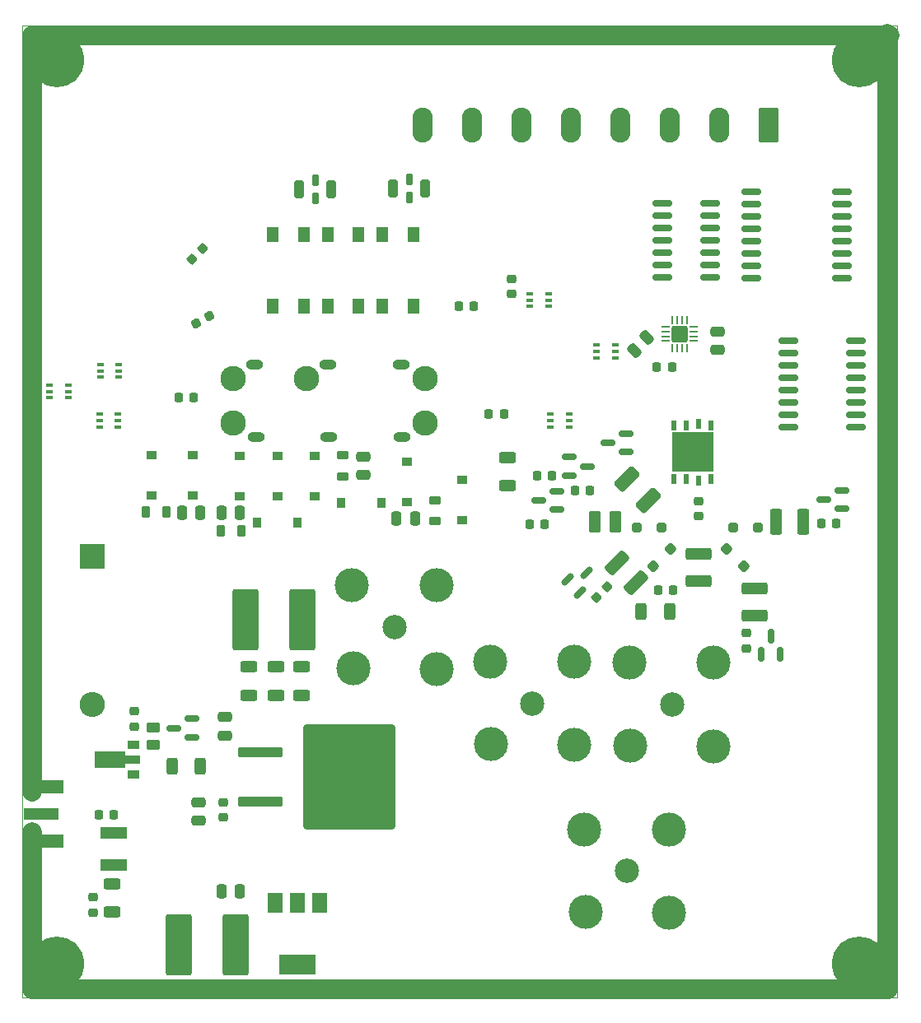
<source format=gbr>
%TF.GenerationSoftware,KiCad,Pcbnew,(7.0.0-0)*%
%TF.CreationDate,2023-05-05T21:57:13+02:00*%
%TF.ProjectId,Filter-forest-v3,46696c74-6572-42d6-966f-726573742d76,rev?*%
%TF.SameCoordinates,Original*%
%TF.FileFunction,Soldermask,Top*%
%TF.FilePolarity,Negative*%
%FSLAX46Y46*%
G04 Gerber Fmt 4.6, Leading zero omitted, Abs format (unit mm)*
G04 Created by KiCad (PCBNEW (7.0.0-0)) date 2023-05-05 21:57:13*
%MOMM*%
%LPD*%
G01*
G04 APERTURE LIST*
G04 Aperture macros list*
%AMRoundRect*
0 Rectangle with rounded corners*
0 $1 Rounding radius*
0 $2 $3 $4 $5 $6 $7 $8 $9 X,Y pos of 4 corners*
0 Add a 4 corners polygon primitive as box body*
4,1,4,$2,$3,$4,$5,$6,$7,$8,$9,$2,$3,0*
0 Add four circle primitives for the rounded corners*
1,1,$1+$1,$2,$3*
1,1,$1+$1,$4,$5*
1,1,$1+$1,$6,$7*
1,1,$1+$1,$8,$9*
0 Add four rect primitives between the rounded corners*
20,1,$1+$1,$2,$3,$4,$5,0*
20,1,$1+$1,$4,$5,$6,$7,0*
20,1,$1+$1,$6,$7,$8,$9,0*
20,1,$1+$1,$8,$9,$2,$3,0*%
%AMFreePoly0*
4,1,9,3.862500,-0.866500,0.737500,-0.866500,0.737500,-0.450000,-0.737500,-0.450000,-0.737500,0.450000,0.737500,0.450000,0.737500,0.866500,3.862500,0.866500,3.862500,-0.866500,3.862500,-0.866500,$1*%
G04 Aperture macros list end*
%ADD10C,2.000000*%
%ADD11RoundRect,0.250000X-0.375000X-0.850000X0.375000X-0.850000X0.375000X0.850000X-0.375000X0.850000X0*%
%ADD12RoundRect,0.250000X-0.600000X-0.600000X0.600000X-0.600000X0.600000X0.600000X-0.600000X0.600000X0*%
%ADD13RoundRect,0.062500X-0.062500X-0.337500X0.062500X-0.337500X0.062500X0.337500X-0.062500X0.337500X0*%
%ADD14RoundRect,0.062500X-0.337500X-0.062500X0.337500X-0.062500X0.337500X0.062500X-0.337500X0.062500X0*%
%ADD15RoundRect,0.250000X-0.475000X0.250000X-0.475000X-0.250000X0.475000X-0.250000X0.475000X0.250000X0*%
%ADD16RoundRect,0.250000X0.159099X-0.512652X0.512652X-0.159099X-0.159099X0.512652X-0.512652X0.159099X0*%
%ADD17RoundRect,0.225000X-0.225000X-0.250000X0.225000X-0.250000X0.225000X0.250000X-0.225000X0.250000X0*%
%ADD18R,2.700000X1.150000*%
%ADD19RoundRect,0.250000X-1.025305X-0.494975X-0.494975X-1.025305X1.025305X0.494975X0.494975X1.025305X0*%
%ADD20RoundRect,0.250000X-1.075000X0.375000X-1.075000X-0.375000X1.075000X-0.375000X1.075000X0.375000X0*%
%ADD21RoundRect,0.250000X0.375000X1.075000X-0.375000X1.075000X-0.375000X-1.075000X0.375000X-1.075000X0*%
%ADD22RoundRect,0.250000X1.075000X-0.375000X1.075000X0.375000X-1.075000X0.375000X-1.075000X-0.375000X0*%
%ADD23RoundRect,0.250000X0.250000X0.475000X-0.250000X0.475000X-0.250000X-0.475000X0.250000X-0.475000X0*%
%ADD24RoundRect,0.250000X-0.250000X-0.475000X0.250000X-0.475000X0.250000X0.475000X-0.250000X0.475000X0*%
%ADD25R,0.650000X0.400000*%
%ADD26RoundRect,0.250000X0.625000X-0.312500X0.625000X0.312500X-0.625000X0.312500X-0.625000X-0.312500X0*%
%ADD27RoundRect,0.150000X-0.825000X-0.150000X0.825000X-0.150000X0.825000X0.150000X-0.825000X0.150000X0*%
%ADD28R,2.600000X2.600000*%
%ADD29O,2.600000X2.600000*%
%ADD30RoundRect,0.249600X-0.270400X-0.650400X0.270400X-0.650400X0.270400X0.650400X-0.270400X0.650400X0*%
%ADD31RoundRect,0.152500X-0.152500X-0.470000X0.152500X-0.470000X0.152500X0.470000X-0.152500X0.470000X0*%
%ADD32C,0.610000*%
%ADD33C,2.610000*%
%ADD34O,1.800000X1.000000*%
%ADD35RoundRect,0.250000X-0.625000X0.312500X-0.625000X-0.312500X0.625000X-0.312500X0.625000X0.312500X0*%
%ADD36RoundRect,0.150000X0.587500X0.150000X-0.587500X0.150000X-0.587500X-0.150000X0.587500X-0.150000X0*%
%ADD37C,2.500000*%
%ADD38C,3.500000*%
%ADD39RoundRect,0.150000X-0.309359X-0.521491X0.521491X0.309359X0.309359X0.521491X-0.521491X-0.309359X0*%
%ADD40RoundRect,0.225000X0.225000X0.250000X-0.225000X0.250000X-0.225000X-0.250000X0.225000X-0.250000X0*%
%ADD41RoundRect,0.225000X0.250000X-0.225000X0.250000X0.225000X-0.250000X0.225000X-0.250000X-0.225000X0*%
%ADD42RoundRect,0.218750X0.218750X0.381250X-0.218750X0.381250X-0.218750X-0.381250X0.218750X-0.381250X0*%
%ADD43RoundRect,0.250000X0.450000X-0.262500X0.450000X0.262500X-0.450000X0.262500X-0.450000X-0.262500X0*%
%ADD44R,1.000000X0.850000*%
%ADD45R,0.850000X1.000000*%
%ADD46RoundRect,0.250000X0.250000X0.250000X-0.250000X0.250000X-0.250000X-0.250000X0.250000X-0.250000X0*%
%ADD47RoundRect,0.225000X-0.250000X0.225000X-0.250000X-0.225000X0.250000X-0.225000X0.250000X0.225000X0*%
%ADD48RoundRect,0.250000X0.475000X-0.250000X0.475000X0.250000X-0.475000X0.250000X-0.475000X-0.250000X0*%
%ADD49RoundRect,0.250000X-2.050000X-0.300000X2.050000X-0.300000X2.050000X0.300000X-2.050000X0.300000X0*%
%ADD50RoundRect,0.250002X-4.449998X-5.149998X4.449998X-5.149998X4.449998X5.149998X-4.449998X5.149998X0*%
%ADD51C,5.600000*%
%ADD52RoundRect,0.250000X0.312500X0.625000X-0.312500X0.625000X-0.312500X-0.625000X0.312500X-0.625000X0*%
%ADD53RoundRect,0.250000X1.087500X2.900000X-1.087500X2.900000X-1.087500X-2.900000X1.087500X-2.900000X0*%
%ADD54RoundRect,0.250000X0.000000X-0.353553X0.353553X0.000000X0.000000X0.353553X-0.353553X0.000000X0*%
%ADD55RoundRect,0.225000X0.017678X-0.335876X0.335876X-0.017678X-0.017678X0.335876X-0.335876X0.017678X0*%
%ADD56R,0.510000X1.020000*%
%ADD57RoundRect,0.001000X-2.100000X2.010000X-2.100000X-2.010000X2.100000X-2.010000X2.100000X2.010000X0*%
%ADD58RoundRect,0.150000X-0.587500X-0.150000X0.587500X-0.150000X0.587500X0.150000X-0.587500X0.150000X0*%
%ADD59RoundRect,0.218750X0.381250X-0.218750X0.381250X0.218750X-0.381250X0.218750X-0.381250X-0.218750X0*%
%ADD60R,3.600000X1.270000*%
%ADD61R,4.200000X1.350000*%
%ADD62RoundRect,0.250000X-1.069499X-0.486136X-0.486136X-1.069499X1.069499X0.486136X0.486136X1.069499X0*%
%ADD63RoundRect,0.225000X-0.069856X-0.329006X0.319856X-0.104006X0.069856X0.329006X-0.319856X0.104006X0*%
%ADD64R,1.200000X1.600000*%
%ADD65RoundRect,0.250000X-0.250000X-0.250000X0.250000X-0.250000X0.250000X0.250000X-0.250000X0.250000X0*%
%ADD66RoundRect,0.150000X0.150000X-0.587500X0.150000X0.587500X-0.150000X0.587500X-0.150000X-0.587500X0*%
%ADD67RoundRect,0.249999X0.790001X1.550001X-0.790001X1.550001X-0.790001X-1.550001X0.790001X-1.550001X0*%
%ADD68O,2.080000X3.600000*%
%ADD69RoundRect,0.250000X0.353553X0.000000X0.000000X0.353553X-0.353553X0.000000X0.000000X-0.353553X0*%
%ADD70RoundRect,0.150000X-0.875000X-0.150000X0.875000X-0.150000X0.875000X0.150000X-0.875000X0.150000X0*%
%ADD71RoundRect,0.150000X-0.837500X-0.150000X0.837500X-0.150000X0.837500X0.150000X-0.837500X0.150000X0*%
%ADD72R,1.300000X0.900000*%
%ADD73FreePoly0,180.000000*%
%ADD74R,1.500000X2.000000*%
%ADD75R,3.800000X2.000000*%
%TA.AperFunction,Profile*%
%ADD76C,0.100000*%
%TD*%
G04 APERTURE END LIST*
D10*
X77210000Y-30980000D02*
X165342500Y-30980000D01*
X77237500Y-129080000D02*
X165170000Y-129080000D01*
X165110000Y-128910000D02*
X165110000Y-30810000D01*
X77240000Y-112925000D02*
X77240000Y-128990000D01*
X77250000Y-108816250D02*
X77250000Y-30990000D01*
D11*
%TO.C,L116*%
X135032500Y-81000000D03*
X137182500Y-81000000D03*
%TD*%
D12*
%TO.C,U106*%
X143750000Y-61690000D03*
D13*
X143000000Y-60240000D03*
X143500000Y-60240000D03*
X144000000Y-60240000D03*
X144500000Y-60240000D03*
D14*
X145200000Y-60940000D03*
X145200000Y-61440000D03*
X145200000Y-61940000D03*
X145200000Y-62440000D03*
D13*
X144500000Y-63140000D03*
X144000000Y-63140000D03*
X143500000Y-63140000D03*
X143000000Y-63140000D03*
D14*
X142300000Y-62440000D03*
X142300000Y-61940000D03*
X142300000Y-61440000D03*
X142300000Y-60940000D03*
%TD*%
D15*
%TO.C,C119*%
X147640000Y-61440000D03*
X147640000Y-63340000D03*
%TD*%
D16*
%TO.C,C118*%
X139078249Y-63381751D03*
X140421751Y-62038249D03*
%TD*%
D17*
%TO.C,C117*%
X141435000Y-65100000D03*
X142985000Y-65100000D03*
%TD*%
D18*
%TO.C,L111*%
X85579999Y-116349999D03*
X85579999Y-113049999D03*
%TD*%
D19*
%TO.C,L119*%
X137300051Y-85290051D03*
X139279949Y-87269949D03*
%TD*%
D20*
%TO.C,L105*%
X145710000Y-84317500D03*
X145710000Y-87117500D03*
%TD*%
D21*
%TO.C,L121*%
X156500000Y-81050000D03*
X153700000Y-81050000D03*
%TD*%
D22*
%TO.C,L120*%
X151520000Y-90702500D03*
X151520000Y-87902500D03*
%TD*%
D23*
%TO.C,C109*%
X98580000Y-80100000D03*
X96680000Y-80100000D03*
%TD*%
D24*
%TO.C,C107*%
X92640000Y-80090000D03*
X94540000Y-80090000D03*
%TD*%
D25*
%TO.C,U107*%
X86119999Y-66149999D03*
X86119999Y-65499999D03*
X86119999Y-64849999D03*
X84219999Y-64849999D03*
X84219999Y-65499999D03*
X84219999Y-66149999D03*
%TD*%
D26*
%TO.C,R106*%
X126040000Y-77322500D03*
X126040000Y-74397500D03*
%TD*%
D27*
%TO.C,U105*%
X141975000Y-48280000D03*
X141975000Y-49550000D03*
X141975000Y-50820000D03*
X141975000Y-52090000D03*
X141975000Y-53360000D03*
X141975000Y-54630000D03*
X141975000Y-55900000D03*
X146925000Y-55900000D03*
X146925000Y-54630000D03*
X146925000Y-53360000D03*
X146925000Y-52090000D03*
X146925000Y-50820000D03*
X146925000Y-49550000D03*
X146925000Y-48280000D03*
%TD*%
D28*
%TO.C,D108*%
X83369999Y-84549999D03*
D29*
X83369999Y-99789999D03*
%TD*%
D30*
%TO.C,FL104*%
X104700000Y-46790000D03*
D31*
X106325000Y-47717500D03*
D32*
X106325000Y-47895000D03*
D30*
X107950000Y-46790000D03*
D32*
X106325000Y-45685000D03*
D31*
X106325000Y-45862500D03*
%TD*%
D33*
%TO.C,FL101*%
X97903520Y-70886160D03*
X117610000Y-70880000D03*
X117610000Y-66280000D03*
X97903520Y-66286160D03*
D34*
X100119999Y-64889999D03*
X100219999Y-72289999D03*
D33*
X105420000Y-66290000D03*
D34*
X107619999Y-64889999D03*
X107719999Y-72289999D03*
X115119999Y-64889999D03*
X115219999Y-72289999D03*
%TD*%
D35*
%TO.C,R107*%
X104900000Y-95927500D03*
X104900000Y-98852500D03*
%TD*%
D36*
%TO.C,Q108*%
X160477500Y-79680000D03*
X160477500Y-77780000D03*
X158602500Y-78730000D03*
%TD*%
D37*
%TO.C,J108*%
X128660000Y-99710000D03*
D38*
X124260000Y-95410000D03*
X124360000Y-103910000D03*
X132960000Y-95410000D03*
X132960000Y-104010000D03*
%TD*%
D39*
%TO.C,Q105*%
X132225336Y-86921161D03*
X133568839Y-88264664D03*
X134222913Y-86267087D03*
%TD*%
D40*
%TO.C,C150*%
X130652500Y-76290000D03*
X129102500Y-76290000D03*
%TD*%
D35*
%TO.C,R108*%
X102300000Y-95927500D03*
X102300000Y-98852500D03*
%TD*%
D41*
%TO.C,C137*%
X83500000Y-121215000D03*
X83500000Y-119665000D03*
%TD*%
D42*
%TO.C,L102*%
X98732500Y-81960000D03*
X96607500Y-81960000D03*
%TD*%
D43*
%TO.C,L112*%
X89680000Y-104002500D03*
X89680000Y-102177500D03*
%TD*%
D44*
%TO.C,C102*%
X89509999Y-78344999D03*
X89509999Y-74194999D03*
%TD*%
D23*
%TO.C,C113*%
X116560000Y-80700000D03*
X114660000Y-80700000D03*
%TD*%
D44*
%TO.C,C104*%
X102459999Y-74254999D03*
X102459999Y-78404999D03*
%TD*%
D25*
%TO.C,U115*%
X128389999Y-57569999D03*
X128389999Y-58219999D03*
X128389999Y-58869999D03*
X130289999Y-58869999D03*
X130289999Y-58219999D03*
X130289999Y-57569999D03*
%TD*%
D41*
%TO.C,C153*%
X96837500Y-111445000D03*
X96837500Y-109895000D03*
%TD*%
D45*
%TO.C,C105*%
X113124999Y-79059999D03*
X108974999Y-79059999D03*
%TD*%
D17*
%TO.C,C129*%
X84070000Y-111160000D03*
X85620000Y-111160000D03*
%TD*%
D46*
%TO.C,D109*%
X151780000Y-81620000D03*
X149280000Y-81620000D03*
%TD*%
D37*
%TO.C,J106*%
X114510000Y-91880000D03*
D38*
X110110000Y-87580000D03*
X110210000Y-96080000D03*
X118810000Y-87580000D03*
X118810000Y-96180000D03*
%TD*%
D35*
%TO.C,R105*%
X99470000Y-95927500D03*
X99470000Y-98852500D03*
%TD*%
D47*
%TO.C,C143*%
X145750000Y-78895000D03*
X145750000Y-80445000D03*
%TD*%
D36*
%TO.C,Q110*%
X138297500Y-73860000D03*
X138297500Y-71960000D03*
X136422500Y-72910000D03*
%TD*%
D35*
%TO.C,R102*%
X85480000Y-118267500D03*
X85480000Y-121192500D03*
%TD*%
D17*
%TO.C,C115*%
X121085000Y-58870000D03*
X122635000Y-58870000D03*
%TD*%
D48*
%TO.C,C111*%
X111290000Y-76220000D03*
X111290000Y-74320000D03*
%TD*%
D49*
%TO.C,U112*%
X100670000Y-104690000D03*
D50*
X109820000Y-107230000D03*
D49*
X100670000Y-109770000D03*
%TD*%
D44*
%TO.C,C106*%
X121459999Y-76744999D03*
X121459999Y-80894999D03*
%TD*%
D23*
%TO.C,C152*%
X98572500Y-119000000D03*
X96672500Y-119000000D03*
%TD*%
D36*
%TO.C,Q102*%
X131147500Y-79760000D03*
X131147500Y-77860000D03*
X129272500Y-78810000D03*
%TD*%
D17*
%TO.C,C131*%
X92275000Y-68250000D03*
X93825000Y-68250000D03*
%TD*%
D30*
%TO.C,FL105*%
X114350000Y-46740000D03*
D31*
X115975000Y-47667500D03*
D32*
X115975000Y-47845000D03*
D30*
X117600000Y-46740000D03*
D32*
X115975000Y-45635000D03*
D31*
X115975000Y-45812500D03*
%TD*%
D51*
%TO.C,H102*%
X162248804Y-33504383D03*
%TD*%
D41*
%TO.C,C157*%
X150610000Y-94047500D03*
X150610000Y-92497500D03*
%TD*%
D25*
%TO.C,U104*%
X80929999Y-68269999D03*
X80929999Y-67619999D03*
X80929999Y-66969999D03*
X79029999Y-66969999D03*
X79029999Y-67619999D03*
X79029999Y-68269999D03*
%TD*%
D44*
%TO.C,C112*%
X106279999Y-74264999D03*
X106279999Y-78414999D03*
%TD*%
D37*
%TO.C,J110*%
X138380000Y-116960000D03*
D38*
X133980000Y-112660000D03*
X134080000Y-121160000D03*
X142680000Y-112660000D03*
X142680000Y-121260000D03*
%TD*%
D52*
%TO.C,R104*%
X142732500Y-90240000D03*
X139807500Y-90240000D03*
%TD*%
D51*
%TO.C,H104*%
X79748804Y-33504383D03*
%TD*%
D25*
%TO.C,U114*%
X135259999Y-62849999D03*
X135259999Y-63499999D03*
X135259999Y-64149999D03*
X137159999Y-64149999D03*
X137159999Y-63499999D03*
X137159999Y-62849999D03*
%TD*%
D53*
%TO.C,C151*%
X98152500Y-124580000D03*
X92277500Y-124580000D03*
%TD*%
%TO.C,C154*%
X104992500Y-91110000D03*
X99117500Y-91110000D03*
%TD*%
D54*
%TO.C,D106*%
X141046117Y-85588883D03*
X142813883Y-83821117D03*
%TD*%
D55*
%TO.C,C149*%
X135251992Y-88838008D03*
X136348008Y-87741992D03*
%TD*%
D56*
%TO.C,U109*%
X146992499Y-71104999D03*
X144452499Y-71104999D03*
X143182499Y-71104999D03*
D57*
X145087500Y-73860000D03*
D56*
X146992499Y-76614999D03*
X144452499Y-76614999D03*
X143182499Y-76614999D03*
X145727499Y-70979999D03*
X145727499Y-76759999D03*
%TD*%
D42*
%TO.C,L101*%
X91012500Y-80050000D03*
X88887500Y-80050000D03*
%TD*%
D40*
%TO.C,C158*%
X159855000Y-81220000D03*
X158305000Y-81220000D03*
%TD*%
D25*
%TO.C,U113*%
X130489999Y-69949999D03*
X130489999Y-70599999D03*
X130489999Y-71249999D03*
X132389999Y-71249999D03*
X132389999Y-70599999D03*
X132389999Y-69949999D03*
%TD*%
D58*
%TO.C,Q104*%
X132410000Y-74370000D03*
X132410000Y-76270000D03*
X134285000Y-75320000D03*
%TD*%
D17*
%TO.C,C144*%
X128355000Y-81320000D03*
X129905000Y-81320000D03*
%TD*%
D59*
%TO.C,L103*%
X109140000Y-76332500D03*
X109140000Y-74207500D03*
%TD*%
D47*
%TO.C,C116*%
X126480000Y-56015000D03*
X126480000Y-57565000D03*
%TD*%
D37*
%TO.C,J109*%
X142970000Y-99840000D03*
D38*
X138570000Y-95540000D03*
X138670000Y-104040000D03*
X147270000Y-95540000D03*
X147270000Y-104140000D03*
%TD*%
D25*
%TO.C,U108*%
X86059999Y-71269999D03*
X86059999Y-70619999D03*
X86059999Y-69969999D03*
X84159999Y-69969999D03*
X84159999Y-70619999D03*
X84159999Y-71269999D03*
%TD*%
D44*
%TO.C,C103*%
X98599999Y-78374999D03*
X98599999Y-74224999D03*
%TD*%
D60*
%TO.C,J102*%
X78132499Y-111079999D03*
D61*
X78332499Y-108254999D03*
X78332499Y-113904999D03*
%TD*%
D62*
%TO.C,L117*%
X138345146Y-76595146D03*
X140554854Y-78804854D03*
%TD*%
D63*
%TO.C,C133*%
X94098830Y-60637500D03*
X95441170Y-59862500D03*
%TD*%
D64*
%TO.C,FL109*%
X101939999Y-51459999D03*
X101939999Y-51459999D03*
X101939999Y-58859999D03*
X101939999Y-58859999D03*
X116439999Y-58859999D03*
X116439999Y-51459999D03*
X105139999Y-51459999D03*
X105139999Y-58859999D03*
X107589999Y-51459999D03*
X107589999Y-58859999D03*
X110789999Y-51459999D03*
X110789999Y-58859999D03*
X113239999Y-51459999D03*
X113239999Y-58859999D03*
%TD*%
D65*
%TO.C,D104*%
X139390000Y-81605000D03*
X141890000Y-81605000D03*
%TD*%
D48*
%TO.C,C155*%
X94357500Y-111780000D03*
X94357500Y-109880000D03*
%TD*%
%TO.C,C156*%
X97050000Y-103020000D03*
X97050000Y-101120000D03*
%TD*%
D66*
%TO.C,Q107*%
X152190000Y-94682500D03*
X154090000Y-94682500D03*
X153140000Y-92807500D03*
%TD*%
D67*
%TO.C,J112*%
X152950000Y-40190000D03*
D68*
X147869999Y-40189999D03*
X142789999Y-40189999D03*
X137709999Y-40189999D03*
X132629999Y-40189999D03*
X127549999Y-40189999D03*
X122469999Y-40189999D03*
X117389999Y-40189999D03*
%TD*%
D51*
%TO.C,H101*%
X79748804Y-126504383D03*
%TD*%
D69*
%TO.C,D107*%
X150343883Y-85623883D03*
X148576117Y-83856117D03*
%TD*%
D41*
%TO.C,C130*%
X87700000Y-102085000D03*
X87700000Y-100535000D03*
%TD*%
D70*
%TO.C,U101*%
X151140000Y-47100000D03*
X151140000Y-48370000D03*
X151140000Y-49640000D03*
X151140000Y-50910000D03*
X151140000Y-52180000D03*
X151140000Y-53450000D03*
X151140000Y-54720000D03*
X151140000Y-55990000D03*
X160440000Y-55990000D03*
X160440000Y-54720000D03*
X160440000Y-53450000D03*
X160440000Y-52180000D03*
X160440000Y-50910000D03*
X160440000Y-49640000D03*
X160440000Y-48370000D03*
X160440000Y-47100000D03*
%TD*%
D71*
%TO.C,U102*%
X154980000Y-62380000D03*
X154980000Y-63650000D03*
X154980000Y-64920000D03*
X154980000Y-66190000D03*
X154980000Y-67460000D03*
X154980000Y-68730000D03*
X154980000Y-70000000D03*
X154980000Y-71270000D03*
X161905000Y-71270000D03*
X161905000Y-70000000D03*
X161905000Y-68730000D03*
X161905000Y-67460000D03*
X161905000Y-66190000D03*
X161905000Y-64920000D03*
X161905000Y-63650000D03*
X161905000Y-62380000D03*
%TD*%
D59*
%TO.C,L104*%
X118620000Y-80912500D03*
X118620000Y-78787500D03*
%TD*%
D45*
%TO.C,C110*%
X100379999Y-81109999D03*
X104529999Y-81109999D03*
%TD*%
D52*
%TO.C,R103*%
X94532500Y-106170000D03*
X91607500Y-106170000D03*
%TD*%
D17*
%TO.C,C101*%
X124165000Y-69950000D03*
X125715000Y-69950000D03*
%TD*%
D72*
%TO.C,U103*%
X87659999Y-106979999D03*
D73*
X87572500Y-105480000D03*
D72*
X87659999Y-103979999D03*
%TD*%
D44*
%TO.C,C108*%
X93729999Y-78344999D03*
X93729999Y-74194999D03*
%TD*%
%TO.C,C114*%
X115749999Y-79014999D03*
X115749999Y-74864999D03*
%TD*%
D36*
%TO.C,Q101*%
X93637500Y-103200000D03*
X93637500Y-101300000D03*
X91762500Y-102250000D03*
%TD*%
D17*
%TO.C,C141*%
X141585000Y-88090000D03*
X143135000Y-88090000D03*
%TD*%
D55*
%TO.C,C138*%
X93651992Y-54028008D03*
X94748008Y-52931992D03*
%TD*%
D17*
%TO.C,C147*%
X133022500Y-77820000D03*
X134572500Y-77820000D03*
%TD*%
D74*
%TO.C,U111*%
X106772499Y-120259999D03*
X104472499Y-120259999D03*
D75*
X104472499Y-126559999D03*
D74*
X102172499Y-120259999D03*
%TD*%
D51*
%TO.C,H103*%
X162248804Y-126504383D03*
%TD*%
D76*
X76228804Y-30004383D02*
X166158804Y-30004383D01*
X166158804Y-30004383D02*
X166158804Y-129944383D01*
X166158804Y-129944383D02*
X76228804Y-129944383D01*
X76228804Y-129944383D02*
X76228804Y-30004383D01*
M02*

</source>
